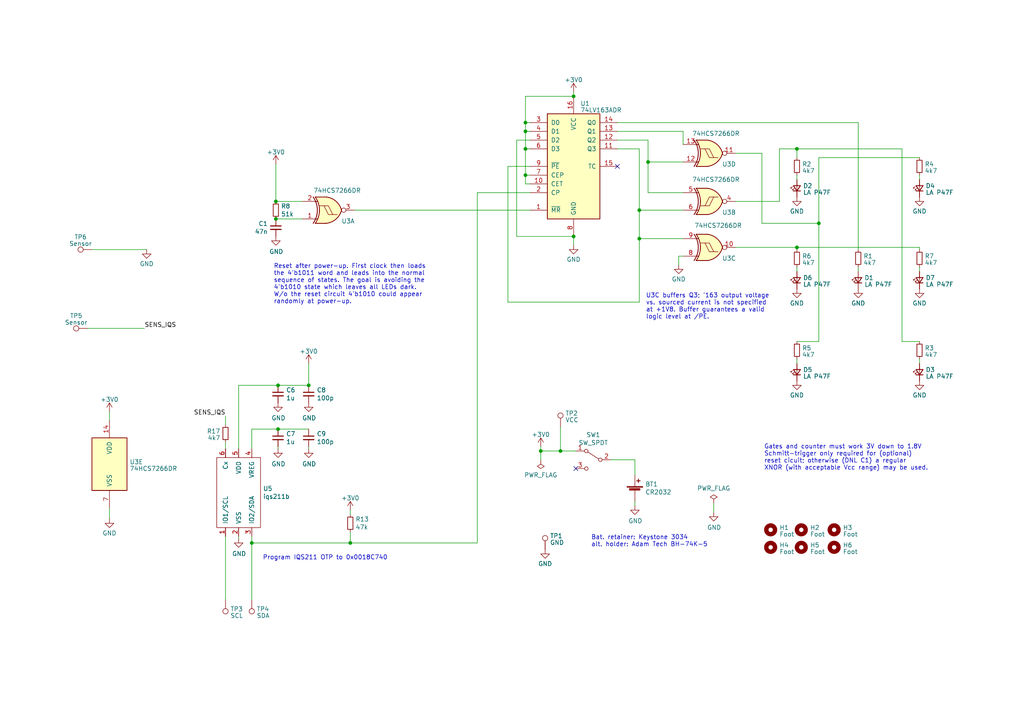
<source format=kicad_sch>
(kicad_sch (version 20230121) (generator eeschema)
  (paper "A4")
  (title_block (title "DiceBug") (date "2023-05-30") (rev "1.0") (company "Till Straumann; Artwork by Adam.") (comment 1 "License: OHL-S/CC-BY-NC-ND"))
  (lib_symbols
    (symbol "74xx:74LS163" (pin_names (offset 1.016))
      (property "Reference" "U" (at -7.62 16.51 0))
      (property "Value" "74LS163" (at -7.62 -16.51 0))
      (symbol "74LS163_1_0"
        (pin input line (at -12.7 -12.7 0) (length 5.08) (name "~{MR}") (number "1"))
        (pin input line (at -12.7 -5.08 0) (length 5.08) (name "CET") (number "10"))
        (pin output line (at 12.7 5.08 180) (length 5.08) (name "Q3") (number "11"))
        (pin output line (at 12.7 7.62 180) (length 5.08) (name "Q2") (number "12"))
        (pin output line (at 12.7 10.16 180) (length 5.08) (name "Q1") (number "13"))
        (pin output line (at 12.7 12.7 180) (length 5.08) (name "Q0") (number "14"))
        (pin output line (at 12.7 0 180) (length 5.08) (name "TC") (number "15"))
        (pin power_in line (at 0 20.32 270) (length 5.08) (name "VCC") (number "16"))
        (pin input line (at -12.7 -7.62 0) (length 5.08) (name "CP") (number "2"))
        (pin input line (at -12.7 12.7 0) (length 5.08) (name "D0") (number "3"))
        (pin input line (at -12.7 10.16 0) (length 5.08) (name "D1") (number "4"))
        (pin input line (at -12.7 7.62 0) (length 5.08) (name "D2") (number "5"))
        (pin input line (at -12.7 5.08 0) (length 5.08) (name "D3") (number "6"))
        (pin input line (at -12.7 -2.54 0) (length 5.08) (name "CEP") (number "7"))
        (pin power_in line (at 0 -20.32 90) (length 5.08) (name "GND") (number "8"))
        (pin input line (at -12.7 0 0) (length 5.08) (name "~{PE}") (number "9"))
      )
      (symbol "74LS163_1_1"
        (rectangle (start -7.62 15.24) (end 7.62 -15.24) (stroke (width 0.254)) (fill (type background)))
      )
    )
    (symbol "Connector:TestPoint" (pin_numbers hide) (pin_names (offset 0.762) hide)
      (property "Reference" "TP" (at 0 6.858 0))
      (property "Value" "TestPoint" (at 0 5.08 0))
      (symbol "TestPoint_0_1"
        (circle (center 0 3.302) (radius 0.762))
      )
      (symbol "TestPoint_1_1"
        (pin passive line (at 0 0 90) (length 2.54) (name "1") (number "1"))
      )
    )
    (symbol "Device:Battery_Cell" (pin_numbers hide) (pin_names (offset 0) hide)
      (property "Reference" "BT" (at 2.54 2.54 0))
      (property "Value" "Battery_Cell" (at 2.54 0 0))
      (symbol "Battery_Cell_0_1"
        (rectangle (start -2.286 1.778) (end 2.286 1.524) (fill (type outline)))
        (rectangle (start -1.5748 1.1938) (end 1.4732 0.6858) (fill (type outline)))
        (polyline (pts (xy 0 0.762) (xy 0 0)))
        (polyline (pts (xy 0 1.778) (xy 0 2.54)))
        (polyline (pts (xy 0.508 3.429) (xy 1.524 3.429)) (stroke (width 0.254)))
        (polyline (pts (xy 1.016 3.937) (xy 1.016 2.921)) (stroke (width 0.254)))
      )
      (symbol "Battery_Cell_1_1"
        (pin passive line (at 0 5.08 270) (length 2.54) (name "+") (number "1"))
        (pin passive line (at 0 -2.54 90) (length 2.54) (name "-") (number "2"))
      )
    )
    (symbol "Device:C_Small" (pin_numbers hide) (pin_names (offset 0.254) hide)
      (property "Reference" "C" (at 0.254 1.778 0))
      (property "Value" "C_Small" (at 0.254 -2.032 0))
      (symbol "C_Small_0_1"
        (polyline (pts (xy -1.524 -0.508) (xy 1.524 -0.508)) (stroke (width 0.3302)))
        (polyline (pts (xy -1.524 0.508) (xy 1.524 0.508)) (stroke (width 0.3048)))
      )
      (symbol "C_Small_1_1"
        (pin passive line (at 0 2.54 270) (length 2.032) (name "~") (number "1"))
        (pin passive line (at 0 -2.54 90) (length 2.032) (name "~") (number "2"))
      )
    )
    (symbol "Device:LED_Small" (pin_numbers hide) (pin_names (offset 0.254) hide)
      (property "Reference" "D" (at -1.27 3.175 0))
      (property "Value" "LED_Small" (at -4.445 -2.54 0))
      (symbol "LED_Small_0_1"
        (polyline (pts (xy -0.762 -1.016) (xy -0.762 1.016)) (stroke (width 0.254)))
        (polyline (pts (xy 1.016 0) (xy -0.762 0)))
        (polyline (pts (xy 0.762 -1.016) (xy -0.762 0) (xy 0.762 1.016) (xy 0.762 -1.016)) (stroke (width 0.254)))
        (polyline (pts (xy 0 0.762) (xy -0.508 1.27) (xy -0.254 1.27) (xy -0.508 1.27) (xy -0.508 1.016)))
        (polyline (pts (xy 0.508 1.27) (xy 0 1.778) (xy 0.254 1.778) (xy 0 1.778) (xy 0 1.524)))
      )
      (symbol "LED_Small_1_1"
        (pin passive line (at -2.54 0 0) (length 1.778) (name "K") (number "1"))
        (pin passive line (at 2.54 0 180) (length 1.778) (name "A") (number "2"))
      )
    )
    (symbol "Device:R_Small" (pin_numbers hide) (pin_names (offset 0.254) hide)
      (property "Reference" "R" (at 0.762 0.508 0))
      (property "Value" "R_Small" (at 0.762 -1.016 0))
      (symbol "R_Small_0_1"
        (rectangle (start -0.762 1.778) (end 0.762 -1.778) (stroke (width 0.2032)))
      )
      (symbol "R_Small_1_1"
        (pin passive line (at 0 2.54 270) (length 0.762) (name "~") (number "1"))
        (pin passive line (at 0 -2.54 90) (length 0.762) (name "~") (number "2"))
      )
    )
    (symbol "Mechanical:MountingHole" (pin_names (offset 1.016))
      (property "Reference" "H" (at 0 5.08 0))
      (property "Value" "MountingHole" (at 0 3.175 0))
      (symbol "MountingHole_0_1"
        (circle (center 0 0) (radius 1.27) (stroke (width 1.27)))
      )
    )
    (symbol "Switch:SW_SPDT" (pin_names (offset 0) hide)
      (property "Reference" "SW" (at 0 4.318 0))
      (property "Value" "SW_SPDT" (at 0 -5.08 0))
      (symbol "SW_SPDT_0_0"
        (circle (center -2.032 0) (radius 0.508))
        (circle (center 2.032 -2.54) (radius 0.508))
      )
      (symbol "SW_SPDT_0_1"
        (polyline (pts (xy -1.524 0.254) (xy 1.651 2.286)))
        (circle (center 2.032 2.54) (radius 0.508))
      )
      (symbol "SW_SPDT_1_1"
        (pin passive line (at 5.08 2.54 180) (length 2.54) (name "A") (number "1"))
        (pin passive line (at -5.08 0 0) (length 2.54) (name "B") (number "2"))
        (pin passive line (at 5.08 -2.54 180) (length 2.54) (name "C") (number "3"))
      )
    )
    (symbol "fmc:74ls266" (pin_names (offset 1.016))
      (property "Reference" "U" (at 0 10.16 0))
      (property "Value" "74ls266" (at 0 6.35 0))
      (symbol "74ls266_1_0"
        (arc (start -4.4196 -3.81) (mid -3.2033 0) (end -4.4196 3.81) (stroke (width 0.254)))
        (arc (start -3.81 -3.81) (mid -2.589 0) (end -3.81 3.81) (stroke (width 0.254)))
        (arc (start -0.6096 -3.81) (mid 2.1842 -2.5851) (end 3.81 0) (stroke (width 0.254)) (fill (type background)))
        (polyline (pts (xy -3.81 -3.81) (xy -0.635 -3.81)) (stroke (width 0.254)) (fill (type background)))
        (polyline (pts (xy -3.81 3.81) (xy -0.635 3.81)) (stroke (width 0.254)) (fill (type background)))
        (polyline (pts (xy -0.635 3.81) (xy -3.81 3.81) (xy -3.81 3.81) (xy -3.556 3.4036) (xy -3.0226 2.2606) (xy -2.6924 1.0414) (xy -2.6162 -0.254) (xy -2.7686 -1.4986) (xy -3.175 -2.7178) (xy -3.81 -3.81) (xy -3.81 -3.81) (xy -0.635 -3.81)) (stroke (width -25.4)) (fill (type background)))
        (arc (start 3.81 0) (mid 2.1915 2.5936) (end -0.6096 3.81) (stroke (width 0.254)) (fill (type background)))
        (pin input line (at -7.62 2.54 0) (length 4.445) (name "~") (number "1"))
        (pin input line (at -7.62 -2.54 0) (length 4.445) (name "~") (number "2"))
        (pin output inverted (at 7.62 0 180) (length 3.81) (name "~") (number "3"))
      )
      (symbol "74ls266_1_1"
        (polyline (pts (xy -3.81 -2.54) (xy -3.175 -2.54)) (stroke (width 0.1524)))
        (polyline (pts (xy -3.81 2.54) (xy -3.175 2.54)) (stroke (width 0.1524)))
        (polyline (pts (xy -1.27 -1.27) (xy 0 -1.27) (xy 1.27 1.27)))
        (polyline (pts (xy -2.54 -1.27) (xy -1.27 -1.27) (xy 0 1.27) (xy 2.54 1.27)))
      )
      (symbol "74ls266_2_0"
        (arc (start -4.4196 -3.81) (mid -3.2033 0) (end -4.4196 3.81) (stroke (width 0.254)))
        (arc (start -3.81 -3.81) (mid -2.589 0) (end -3.81 3.81) (stroke (width 0.254)))
        (arc (start -0.6096 -3.81) (mid 2.1842 -2.5851) (end 3.81 0) (stroke (width 0.254)) (fill (type background)))
        (polyline (pts (xy -3.81 -3.81) (xy -0.635 -3.81)) (stroke (width 0.254)) (fill (type background)))
        (polyline (pts (xy -3.81 3.81) (xy -0.635 3.81)) (stroke (width 0.254)) (fill (type background)))
        (polyline (pts (xy -0.635 3.81) (xy -3.81 3.81) (xy -3.81 3.81) (xy -3.556 3.4036) (xy -3.0226 2.2606) (xy -2.6924 1.0414) (xy -2.6162 -0.254) (xy -2.7686 -1.4986) (xy -3.175 -2.7178) (xy -3.81 -3.81) (xy -3.81 -3.81) (xy -0.635 -3.81)) (stroke (width -25.4)) (fill (type background)))
        (arc (start 3.81 0) (mid 2.1915 2.5936) (end -0.6096 3.81) (stroke (width 0.254)) (fill (type background)))
        (pin output inverted (at 7.62 0 180) (length 3.81) (name "~") (number "4"))
        (pin input line (at -7.62 2.54 0) (length 4.445) (name "~") (number "5"))
        (pin input line (at -7.62 -2.54 0) (length 4.445) (name "~") (number "6"))
      )
      (symbol "74ls266_2_1"
        (polyline (pts (xy -3.81 -2.54) (xy -3.175 -2.54)) (stroke (width 0.1524)))
        (polyline (pts (xy -3.81 2.54) (xy -3.175 2.54)) (stroke (width 0.1524)))
        (polyline (pts (xy -1.27 -1.27) (xy 0 -1.27) (xy 1.27 1.27)))
        (polyline (pts (xy -2.54 -1.27) (xy -1.27 -1.27) (xy 0 1.27) (xy 2.54 1.27)))
      )
      (symbol "74ls266_3_0"
        (arc (start -4.4196 -3.81) (mid -3.2033 0) (end -4.4196 3.81) (stroke (width 0.254)))
        (arc (start -3.81 -3.81) (mid -2.589 0) (end -3.81 3.81) (stroke (width 0.254)))
        (arc (start -0.6096 -3.81) (mid 2.1842 -2.5851) (end 3.81 0) (stroke (width 0.254)) (fill (type background)))
        (polyline (pts (xy -3.81 -3.81) (xy -0.635 -3.81)) (stroke (width 0.254)) (fill (type background)))
        (polyline (pts (xy -3.81 3.81) (xy -0.635 3.81)) (stroke (width 0.254)) (fill (type background)))
        (polyline (pts (xy -0.635 3.81) (xy -3.81 3.81) (xy -3.81 3.81) (xy -3.556 3.4036) (xy -3.0226 2.2606) (xy -2.6924 1.0414) (xy -2.6162 -0.254) (xy -2.7686 -1.4986) (xy -3.175 -2.7178) (xy -3.81 -3.81) (xy -3.81 -3.81) (xy -0.635 -3.81)) (stroke (width -25.4)) (fill (type background)))
        (arc (start 3.81 0) (mid 2.1915 2.5936) (end -0.6096 3.81) (stroke (width 0.254)) (fill (type background)))
        (pin output inverted (at 7.62 0 180) (length 3.81) (name "~") (number "10"))
        (pin input line (at -7.62 2.54 0) (length 4.445) (name "~") (number "8"))
        (pin input line (at -7.62 -2.54 0) (length 4.445) (name "~") (number "9"))
      )
      (symbol "74ls266_3_1"
        (polyline (pts (xy -3.81 -2.54) (xy -3.175 -2.54)) (stroke (width 0.1524)))
        (polyline (pts (xy -3.81 2.54) (xy -3.175 2.54)) (stroke (width 0.1524)))
        (polyline (pts (xy -1.27 -1.27) (xy 0 -1.27) (xy 1.27 1.27)))
        (polyline (pts (xy -2.54 -1.27) (xy -1.27 -1.27) (xy 0 1.27) (xy 2.54 1.27)))
      )
      (symbol "74ls266_4_0"
        (arc (start -4.4196 -3.81) (mid -3.2033 0) (end -4.4196 3.81) (stroke (width 0.254)))
        (arc (start -3.81 -3.81) (mid -2.589 0) (end -3.81 3.81) (stroke (width 0.254)))
        (arc (start -0.6096 -3.81) (mid 2.1842 -2.5851) (end 3.81 0) (stroke (width 0.254)) (fill (type background)))
        (polyline (pts (xy -3.81 -3.81) (xy -0.635 -3.81)) (stroke (width 0.254)) (fill (type background)))
        (polyline (pts (xy -3.81 3.81) (xy -0.635 3.81)) (stroke (width 0.254)) (fill (type background)))
        (polyline (pts (xy -0.635 3.81) (xy -3.81 3.81) (xy -3.81 3.81) (xy -3.556 3.4036) (xy -3.0226 2.2606) (xy -2.6924 1.0414) (xy -2.6162 -0.254) (xy -2.7686 -1.4986) (xy -3.175 -2.7178) (xy -3.81 -3.81) (xy -3.81 -3.81) (xy -0.635 -3.81)) (stroke (width -25.4)) (fill (type background)))
        (arc (start 3.81 0) (mid 2.1915 2.5936) (end -0.6096 3.81) (stroke (width 0.254)) (fill (type background)))
        (pin output inverted (at 7.62 0 180) (length 3.81) (name "~") (number "11"))
        (pin input line (at -7.62 2.54 0) (length 4.445) (name "~") (number "12"))
        (pin input line (at -7.62 -2.54 0) (length 4.445) (name "~") (number "13"))
      )
      (symbol "74ls266_4_1"
        (polyline (pts (xy -3.81 -2.54) (xy -3.175 -2.54)) (stroke (width 0.1524)))
        (polyline (pts (xy -3.81 2.54) (xy -3.175 2.54)) (stroke (width 0.1524)))
        (polyline (pts (xy -1.27 -1.27) (xy 0 -1.27) (xy 1.27 1.27)))
        (polyline (pts (xy -2.54 -1.27) (xy -1.27 -1.27) (xy 0 1.27) (xy 2.54 1.27)))
      )
      (symbol "74ls266_5_0"
        (pin power_in line (at 0 12.7 270) (length 5.08) (name "VDD") (number "14"))
        (pin power_in line (at 0 -12.7 90) (length 5.08) (name "VSS") (number "7"))
      )
      (symbol "74ls266_5_1"
        (rectangle (start -5.08 7.62) (end 5.08 -7.62) (stroke (width 0.254)) (fill (type background)))
      )
    )
    (symbol "fmc:iqs211a" (pin_names (offset 1.016))
      (property "Reference" "U" (at 0 2.54 0))
      (property "Value" "iqs211a" (at 0 0 0))
      (symbol "iqs211a_0_1"
        (rectangle (start -6.35 10.16) (end 6.35 -10.16))
      )
      (symbol "iqs211a_1_1"
        (pin bidirectional line (at -3.81 -12.7 90) (length 2.54) (name "IO1/SCL") (number "1"))
        (pin power_in line (at 0 -12.7 90) (length 2.54) (name "VSS") (number "2"))
        (pin bidirectional line (at 3.81 -12.7 90) (length 2.54) (name "IO2/SDA") (number "3"))
        (pin power_out line (at 3.81 12.7 270) (length 2.54) (name "VREG") (number "4"))
        (pin power_in line (at 0 12.7 270) (length 2.54) (name "VDD") (number "5"))
        (pin bidirectional line (at -3.81 12.7 270) (length 2.54) (name "Cx") (number "6"))
      )
    )
    (symbol "power:+3V0" (power) (pin_names (offset 0))
      (property "Value" "+3V0" (at 0 3.556 0))
      (symbol "+3V0_0_1"
        (polyline (pts (xy -0.762 1.27) (xy 0 2.54)))
        (polyline (pts (xy 0 0) (xy 0 2.54)))
        (polyline (pts (xy 0 2.54) (xy 0.762 1.27)))
      )
      (symbol "+3V0_1_1"
        (pin power_in line (at 0 0 90) (length 0) hide (name "+3V0") (number "1"))
      )
    )
    (symbol "power:GND" (power) (pin_names (offset 0))
      (property "Value" "GND" (at 0 -3.81 0))
      (symbol "GND_0_1"
        (polyline (pts (xy 0 0) (xy 0 -1.27) (xy 1.27 -1.27) (xy 0 -2.54) (xy -1.27 -1.27) (xy 0 -1.27)))
      )
      (symbol "GND_1_1"
        (pin power_in line (at 0 0 270) (length 0) hide (name "GND") (number "1"))
      )
    )
    (symbol "power:PWR_FLAG" (power) (pin_numbers hide) (pin_names (offset 0) hide)
      (property "Value" "PWR_FLAG" (at 0 3.81 0))
      (symbol "PWR_FLAG_0_0"
        (pin power_out line (at 0 0 90) (length 0) (name "pwr") (number "1"))
      )
      (symbol "PWR_FLAG_0_1"
        (polyline (pts (xy 0 0) (xy 0 1.27) (xy -1.016 1.905) (xy 0 2.54) (xy 1.016 1.905) (xy 0 1.27)))
      )
    )
  )
  (junction (at 231.14 71.755))
  (junction (at 152.4 38.1))
  (junction (at 162.56 130.81))
  (junction (at 156.845 130.81))
  (junction (at 89.535 111.76))
  (junction (at 73.025 157.48))
  (junction (at 80.645 124.46))
  (junction (at 187.96 46.99))
  (junction (at 80.01 58.42))
  (junction (at 152.4 43.18))
  (junction (at 152.4 35.56))
  (junction (at 152.4 50.8))
  (junction (at 185.42 69.215))
  (junction (at 80.645 111.76))
  (junction (at 237.49 64.77))
  (junction (at 166.37 27.94))
  (junction (at 231.14 43.18))
  (junction (at 80.01 63.5))
  (junction (at 101.6 157.48))
  (junction (at 166.37 68.58))
  (junction (at 185.42 60.96))
  (no_connect (at 179.07 48.26))
  (no_connect (at 167.005 135.89))
  (wire (pts (xy 69.215 130.175) (xy 69.215 111.76)))
  (wire (pts (xy 231.14 50.8) (xy 231.14 52.07)))
  (wire (pts (xy 231.14 77.47) (xy 231.14 78.74)))
  (wire (pts (xy 153.67 40.64) (xy 149.86 40.64)))
  (wire (pts (xy 179.07 35.56) (xy 248.92 35.56)))
  (wire (pts (xy 226.06 43.18) (xy 231.14 43.18)))
  (wire (pts (xy 187.96 55.88) (xy 198.12 55.88)))
  (wire (pts (xy 89.535 130.175) (xy 89.535 129.54)))
  (wire (pts (xy 187.96 46.99) (xy 187.96 55.88)))
  (wire (pts (xy 25.4 95.25) (xy 41.91 95.25)))
  (wire (pts (xy 266.7 50.8) (xy 266.7 52.07)))
  (wire (pts (xy 152.4 53.34) (xy 153.67 53.34)))
  (wire (pts (xy 179.07 40.64) (xy 187.96 40.64)))
  (wire (pts (xy 80.01 47.625) (xy 80.01 58.42)))
  (wire (pts (xy 248.92 35.56) (xy 248.92 72.39)))
  (wire (pts (xy 177.165 133.35) (xy 184.15 133.35)))
  (wire (pts (xy 31.75 147.32) (xy 31.75 150.495)))
  (wire (pts (xy 237.49 64.77) (xy 237.49 99.06)))
  (wire (pts (xy 101.6 154.305) (xy 101.6 157.48)))
  (wire (pts (xy 213.36 58.42) (xy 226.06 58.42)))
  (wire (pts (xy 207.01 146.05) (xy 207.01 148.59)))
  (wire (pts (xy 184.15 145.415) (xy 184.15 146.685)))
  (wire (pts (xy 184.15 133.35) (xy 184.15 137.795)))
  (wire (pts (xy 248.92 77.47) (xy 248.92 78.74)))
  (wire (pts (xy 196.85 76.835) (xy 196.85 74.295)))
  (wire (pts (xy 196.85 74.295) (xy 198.12 74.295)))
  (wire (pts (xy 220.98 64.77) (xy 237.49 64.77)))
  (wire (pts (xy 152.4 38.1) (xy 153.67 38.1)))
  (wire (pts (xy 198.12 38.1) (xy 198.12 41.91)))
  (wire (pts (xy 231.14 99.06) (xy 237.49 99.06)))
  (wire (pts (xy 152.4 38.1) (xy 152.4 43.18)))
  (wire (pts (xy 226.06 58.42) (xy 226.06 43.18)))
  (wire (pts (xy 152.4 43.18) (xy 152.4 50.8)))
  (wire (pts (xy 101.6 157.48) (xy 138.43 157.48)))
  (wire (pts (xy 266.7 71.755) (xy 231.14 71.755)))
  (wire (pts (xy 213.36 44.45) (xy 220.98 44.45)))
  (wire (pts (xy 152.4 35.56) (xy 152.4 38.1)))
  (wire (pts (xy 179.07 43.18) (xy 185.42 43.18)))
  (wire (pts (xy 26.67 72.39) (xy 42.545 72.39)))
  (wire (pts (xy 156.845 130.81) (xy 156.845 133.35)))
  (wire (pts (xy 147.32 87.63) (xy 147.32 48.26)))
  (wire (pts (xy 152.4 27.94) (xy 166.37 27.94)))
  (wire (pts (xy 80.645 124.46) (xy 89.535 124.46)))
  (wire (pts (xy 231.14 71.755) (xy 231.14 72.39)))
  (wire (pts (xy 147.32 48.26) (xy 153.67 48.26)))
  (wire (pts (xy 198.12 69.215) (xy 185.42 69.215)))
  (wire (pts (xy 166.37 26.67) (xy 166.37 27.94)))
  (wire (pts (xy 65.405 120.65) (xy 65.405 123.19)))
  (wire (pts (xy 266.7 77.47) (xy 266.7 78.74)))
  (wire (pts (xy 65.405 173.99) (xy 65.405 155.575)))
  (wire (pts (xy 73.025 124.46) (xy 80.645 124.46)))
  (wire (pts (xy 166.37 68.58) (xy 166.37 71.12)))
  (wire (pts (xy 266.7 104.14) (xy 266.7 105.41)))
  (wire (pts (xy 266.7 72.39) (xy 266.7 71.755)))
  (wire (pts (xy 138.43 55.88) (xy 138.43 157.48)))
  (wire (pts (xy 69.215 111.76) (xy 80.645 111.76)))
  (wire (pts (xy 162.56 130.81) (xy 162.56 123.825)))
  (wire (pts (xy 73.025 157.48) (xy 73.025 173.99)))
  (wire (pts (xy 185.42 60.96) (xy 185.42 69.215)))
  (wire (pts (xy 179.07 38.1) (xy 198.12 38.1)))
  (wire (pts (xy 220.98 44.45) (xy 220.98 64.77)))
  (wire (pts (xy 69.215 155.575) (xy 69.215 156.21)))
  (wire (pts (xy 80.01 58.42) (xy 87.63 58.42)))
  (wire (pts (xy 152.4 43.18) (xy 153.67 43.18)))
  (wire (pts (xy 185.42 69.215) (xy 185.42 87.63)))
  (wire (pts (xy 73.025 124.46) (xy 73.025 130.175)))
  (wire (pts (xy 231.14 71.755) (xy 213.36 71.755)))
  (wire (pts (xy 231.14 43.18) (xy 261.62 43.18)))
  (wire (pts (xy 237.49 45.72) (xy 266.7 45.72)))
  (wire (pts (xy 80.01 63.5) (xy 87.63 63.5)))
  (wire (pts (xy 80.645 130.175) (xy 80.645 129.54)))
  (wire (pts (xy 147.32 87.63) (xy 185.42 87.63)))
  (wire (pts (xy 152.4 27.94) (xy 152.4 35.56)))
  (wire (pts (xy 101.6 147.955) (xy 101.6 149.225)))
  (wire (pts (xy 266.7 99.06) (xy 261.62 99.06)))
  (wire (pts (xy 152.4 35.56) (xy 153.67 35.56)))
  (wire (pts (xy 185.42 60.96) (xy 198.12 60.96)))
  (wire (pts (xy 152.4 50.8) (xy 153.67 50.8)))
  (wire (pts (xy 231.14 104.14) (xy 231.14 105.41)))
  (wire (pts (xy 237.49 45.72) (xy 237.49 64.77)))
  (wire (pts (xy 152.4 50.8) (xy 152.4 53.34)))
  (wire (pts (xy 89.535 105.41) (xy 89.535 111.76)))
  (wire (pts (xy 73.025 155.575) (xy 73.025 157.48)))
  (wire (pts (xy 185.42 43.18) (xy 185.42 60.96)))
  (wire (pts (xy 149.86 40.64) (xy 149.86 68.58)))
  (wire (pts (xy 187.96 40.64) (xy 187.96 46.99)))
  (wire (pts (xy 65.405 128.27) (xy 65.405 130.175)))
  (wire (pts (xy 80.645 111.76) (xy 89.535 111.76)))
  (wire (pts (xy 149.86 68.58) (xy 166.37 68.58)))
  (wire (pts (xy 153.67 55.88) (xy 138.43 55.88)))
  (wire (pts (xy 73.025 157.48) (xy 101.6 157.48)))
  (wire (pts (xy 231.14 43.18) (xy 231.14 45.72)))
  (wire (pts (xy 102.87 60.96) (xy 153.67 60.96)))
  (wire (pts (xy 156.845 130.81) (xy 162.56 130.81)))
  (wire (pts (xy 187.96 46.99) (xy 198.12 46.99)))
  (wire (pts (xy 156.845 129.54) (xy 156.845 130.81)))
  (wire (pts (xy 31.75 119.38) (xy 31.75 121.92)))
  (wire (pts (xy 261.62 99.06) (xy 261.62 43.18)))
  (wire (pts (xy 162.56 130.81) (xy 167.005 130.81)))
  (text "Bat. retainer: Keystone 3034\nalt. holder: Adam Tech BH-74K-5" (at 171.45 158.75 0) (effects (font (size 1.27 1.27)) (justify left bottom)))
  (text "Program IQS211 OTP to 0x0018C740" (at 76.2 162.56 0) (effects (font (size 1.27 1.27)) (justify left bottom)))
  (text "Reset after power-up. First clock then loads\nthe 4'b1011 word and leads into the normal\nsequence of states. The goal is avoiding the\n4'b1010 state which leaves all LEDs dark.\nW/o the reset circuit 4'b1010 could appear\nrandomly at power-up." (at 79.375 88.265 0) (effects (font (size 1.27 1.27)) (justify left bottom)))
  (text "Gates and counter must work 3V down to 1.8V\nSchmitt-trigger only required for (optional)\nreset cicuit; otherwise (DNL C1) a regular\nXNOR (with acceptable Vcc range) may be used." (at 221.615 136.525 0) (effects (font (size 1.27 1.27)) (justify left bottom)))
  (text "U3C buffers Q3; '163 output voltage\nvs. sourced current is not specified\nat +1V8. Buffer guarantees a valid\nlogic level at /PE." (at 187.325 92.71 0) (effects (font (size 1.27 1.27)) (justify left bottom)))
  (label "SENS_IQS" (at 65.405 120.65 180))
  (label "SENS_IQS" (at 41.91 95.25 0))
  (symbol (lib_id "power:GND") (at 266.7 110.49 0) (unit 1)
    (property "Reference" "#PWR06" (effects hide))
    (property "Value" "GND" (at 266.7 114.6255 0))
  )
  (symbol (lib_id "Device:C_Small") (at 89.535 114.3 0) (unit 1)
    (property "Reference" "C8" (at 91.8718 113.1316 0) (effects (justify left)))
    (property "Value" "100p" (at 91.8718 115.443 0) (effects (justify left)))
    (property "Footprint" "Capacitor_SMD:C_0805_2012Metric" (effects hide))
    (property "Part" "C0603C101J5GACTU " (effects hide))
    (property "Manufacturer" "Kemet" (effects hide))
  )
  (symbol (lib_id "power:GND") (at 207.01 148.59 0) (unit 1)
    (property "Reference" "#PWR023" (effects hide))
    (property "Value" "GND" (at 207.137 152.9842 0))
  )
  (symbol (lib_id "Connector:TestPoint") (at 65.405 173.99 180) (unit 1)
    (property "Reference" "TP3" (at 66.802 176.6483 0) (effects (justify right)))
    (property "Value" "SCL" (at 66.802 178.5693 0) (effects (justify right)))
    (property "Footprint" "TestPoint:TestPoint_Pad_D1.0mm" (effects hide))
  )
  (symbol (lib_id "power:GND") (at 231.14 57.15 0) (unit 1)
    (property "Reference" "#PWR08" (effects hide))
    (property "Value" "GND" (at 231.14 61.2855 0))
  )
  (symbol (lib_id "power:GND") (at 89.535 116.84 0) (unit 1)
    (property "Reference" "#PWR020" (effects hide))
    (property "Value" "GND" (at 89.662 121.2342 0))
  )
  (symbol (lib_id "fmc:74ls266") (at 205.74 71.755 0) (mirror x) (unit 3)
    (property "Reference" "U3" (at 211.455 74.93 0))
    (property "Value" "74HCS7266DR" (at 208.28 65.405 0))
    (property "Footprint" "Package_SO:SOIC-14_3.9x8.7mm_P1.27mm" (effects hide))
    (property "Part" "74HCS7266DR" (effects hide))
  )
  (symbol (lib_id "fmc:74ls266") (at 31.75 134.62 0) (unit 5)
    (property "Reference" "U3" (at 37.592 133.9763 0) (effects (justify left)))
    (property "Value" "74HCS7266DR" (at 37.592 135.8973 0) (effects (justify left)))
    (property "Footprint" "Package_SO:SOIC-14_3.9x8.7mm_P1.27mm" (effects hide))
    (property "Part" "74HCS7266DR" (effects hide))
  )
  (symbol (lib_id "Device:LED_Small") (at 231.14 81.28 90) (unit 1)
    (property "Reference" "D6" (at 232.918 80.5728 90) (effects (justify right)))
    (property "Value" "LA P47F" (at 232.918 82.4938 90) (effects (justify right)))
    (property "Footprint" "proj_footprints:PointLED_reverse_mount_bigger_pads" (effects hide))
    (property "Part" "LA P47F-V2BB-24-3A4B-Z" (effects hide))
    (property "Manufacturer" "Osram" (effects hide))
  )
  (symbol (lib_id "power:GND") (at 89.535 130.175 0) (unit 1)
    (property "Reference" "#PWR021" (effects hide))
    (property "Value" "GND" (at 89.662 134.5692 0))
  )
  (symbol (lib_id "power:GND") (at 184.15 146.685 0) (unit 1)
    (property "Reference" "#PWR014" (effects hide))
    (property "Value" "GND" (at 184.277 151.0792 0))
  )
  (symbol (lib_id "power:GND") (at 80.645 116.84 0) (unit 1)
    (property "Reference" "#PWR018" (effects hide))
    (property "Value" "GND" (at 80.772 121.2342 0))
  )
  (symbol (lib_id "power:GND") (at 266.7 57.15 0) (unit 1)
    (property "Reference" "#PWR07" (effects hide))
    (property "Value" "GND" (at 266.7 61.2855 0))
  )
  (symbol (lib_id "74xx:74LS163") (at 166.37 48.26 0) (unit 1)
    (property "Reference" "U1" (at 168.3259 30.0101 0) (effects (justify left)))
    (property "Value" "74LV163ADR" (at 168.3259 31.9311 0) (effects (justify left)))
    (property "Footprint" "Package_SO:SOIC-16_3.9x9.9mm_P1.27mm" (effects hide))
    (property "Datasheet" "http://www.ti.com/lit/gpn/sn74LS163" (effects hide))
    (property "Part" "74LV163ADR" (effects hide))
  )
  (symbol (lib_id "power:PWR_FLAG") (at 207.01 146.05 0) (unit 1)
    (property "Reference" "#FLG03" (effects hide))
    (property "Value" "PWR_FLAG" (at 207.01 141.6304 0))
  )
  (symbol (lib_id "Device:R_Small") (at 101.6 151.765 0) (unit 1)
    (property "Reference" "R13" (at 103.0986 150.5966 0) (effects (justify left)))
    (property "Value" "47k" (at 103.0986 152.908 0) (effects (justify left)))
    (property "Footprint" "Resistor_SMD:R_0805_2012Metric" (effects hide))
  )
  (symbol (lib_id "Device:R_Small") (at 266.7 101.6 0) (unit 1)
    (property "Reference" "R3" (at 268.1986 100.9563 0) (effects (justify left)))
    (property "Value" "4k7" (at 268.1986 102.8773 0) (effects (justify left)))
    (property "Footprint" "Resistor_SMD:R_0805_2012Metric" (effects hide))
  )
  (symbol (lib_id "Mechanical:MountingHole") (at 223.52 153.67 0) (unit 1)
    (property "Reference" "H1" (at 226.06 153.0263 0) (effects (justify left)))
    (property "Value" "Foot" (at 226.06 154.9473 0) (effects (justify left)))
    (property "Footprint" "sensors:foot" (effects hide))
  )
  (symbol (lib_id "Mechanical:MountingHole") (at 232.41 153.67 0) (unit 1)
    (property "Reference" "H2" (at 234.95 153.0263 0) (effects (justify left)))
    (property "Value" "Foot" (at 234.95 154.9473 0) (effects (justify left)))
    (property "Footprint" "sensors:foot" (effects hide))
  )
  (symbol (lib_id "power:GND") (at 196.85 76.835 0) (unit 1)
    (property "Reference" "#PWR010" (effects hide))
    (property "Value" "GND" (at 196.85 80.9705 0))
  )
  (symbol (lib_id "Mechanical:MountingHole") (at 241.935 153.67 0) (unit 1)
    (property "Reference" "H3" (at 244.475 153.0263 0) (effects (justify left)))
    (property "Value" "Foot" (at 244.475 154.9473 0) (effects (justify left)))
    (property "Footprint" "sensors:foot" (effects hide))
  )
  (symbol (lib_id "Device:LED_Small") (at 266.7 54.61 90) (unit 1)
    (property "Reference" "D4" (at 268.478 53.9028 90) (effects (justify right)))
    (property "Value" "LA P47F" (at 268.478 55.8238 90) (effects (justify right)))
    (property "Footprint" "proj_footprints:PointLED_reverse_mount_bigger_pads" (effects hide))
    (property "Part" "LA P47F-V2BB-24-3A4B-Z" (effects hide))
    (property "Manufacturer" "Osram" (effects hide))
  )
  (symbol (lib_id "power:GND") (at 231.14 110.49 0) (unit 1)
    (property "Reference" "#PWR05" (effects hide))
    (property "Value" "GND" (at 231.14 114.6255 0))
  )
  (symbol (lib_id "Device:R_Small") (at 65.405 125.73 0) (mirror x) (unit 1)
    (property "Reference" "R17" (at 63.9064 125.0863 0) (effects (justify right)))
    (property "Value" "4k7" (at 63.9064 127.0073 0) (effects (justify right)))
    (property "Footprint" "Resistor_SMD:R_0805_2012Metric" (effects hide))
  )
  (symbol (lib_id "Mechanical:MountingHole") (at 223.52 158.75 0) (unit 1)
    (property "Reference" "H4" (at 226.06 158.1063 0) (effects (justify left)))
    (property "Value" "Foot" (at 226.06 160.0273 0) (effects (justify left)))
    (property "Footprint" "sensors:foot" (effects hide))
  )
  (symbol (lib_id "Device:LED_Small") (at 266.7 107.95 90) (unit 1)
    (property "Reference" "D3" (at 268.478 107.2428 90) (effects (justify right)))
    (property "Value" "LA P47F" (at 268.478 109.1638 90) (effects (justify right)))
    (property "Footprint" "proj_footprints:PointLED_reverse_mount_bigger_pads" (effects hide))
    (property "Part" "LA P47F-V2BB-24-3A4B-Z" (effects hide))
    (property "Manufacturer" "Osram" (effects hide))
  )
  (symbol (lib_id "Device:R_Small") (at 266.7 74.93 0) (unit 1)
    (property "Reference" "R7" (at 268.1986 74.2863 0) (effects (justify left)))
    (property "Value" "4k7" (at 268.1986 76.2073 0) (effects (justify left)))
    (property "Footprint" "Resistor_SMD:R_0805_2012Metric" (effects hide))
  )
  (symbol (lib_id "power:+3V0") (at 166.37 26.67 0) (unit 1)
    (property "Reference" "#PWR02" (effects hide))
    (property "Value" "+3V0" (at 166.37 23.1681 0))
  )
  (symbol (lib_id "Device:R_Small") (at 231.14 48.26 0) (unit 1)
    (property "Reference" "R2" (at 232.6386 47.6163 0) (effects (justify left)))
    (property "Value" "4k7" (at 232.6386 49.5373 0) (effects (justify left)))
    (property "Footprint" "Resistor_SMD:R_0805_2012Metric" (effects hide))
  )
  (symbol (lib_id "Device:LED_Small") (at 231.14 54.61 90) (unit 1)
    (property "Reference" "D2" (at 232.918 53.9028 90) (effects (justify right)))
    (property "Value" "LA P47F" (at 232.918 55.8238 90) (effects (justify right)))
    (property "Footprint" "proj_footprints:PointLED_reverse_mount_bigger_pads" (effects hide))
    (property "Part" "LA P47F-V2BB-24-3A4B-Z" (effects hide))
    (property "Manufacturer" "Osram" (effects hide))
  )
  (symbol (lib_id "power:GND") (at 158.115 159.385 0) (unit 1)
    (property "Reference" "#PWR034" (effects hide))
    (property "Value" "GND" (at 158.115 163.5205 0))
  )
  (symbol (lib_id "fmc:74ls266") (at 205.74 58.42 0) (unit 2)
    (property "Reference" "U3" (at 211.455 61.595 0))
    (property "Value" "74HCS7266DR" (at 207.645 52.07 0))
    (property "Footprint" "Package_SO:SOIC-14_3.9x8.7mm_P1.27mm" (effects hide))
    (property "Part" "74HCS7266DR" (effects hide))
  )
  (symbol (lib_id "Device:R_Small") (at 231.14 74.93 0) (unit 1)
    (property "Reference" "R6" (at 232.6386 74.2863 0) (effects (justify left)))
    (property "Value" "4k7" (at 232.6386 76.2073 0) (effects (justify left)))
    (property "Footprint" "Resistor_SMD:R_0805_2012Metric" (effects hide))
  )
  (symbol (lib_id "Device:LED_Small") (at 266.7 81.28 90) (unit 1)
    (property "Reference" "D7" (at 268.478 80.5728 90) (effects (justify right)))
    (property "Value" "LA P47F" (at 268.478 82.4938 90) (effects (justify right)))
    (property "Footprint" "proj_footprints:PointLED_reverse_mount_bigger_pads" (effects hide))
    (property "Part" "LA P47F-V2BB-24-3A4B-Z" (effects hide))
    (property "Manufacturer" "Osram" (effects hide))
  )
  (symbol (lib_id "Device:R_Small") (at 231.14 101.6 0) (unit 1)
    (property "Reference" "R5" (at 232.6386 100.9563 0) (effects (justify left)))
    (property "Value" "4k7" (at 232.6386 102.8773 0) (effects (justify left)))
    (property "Footprint" "Resistor_SMD:R_0805_2012Metric" (effects hide))
  )
  (symbol (lib_id "Device:LED_Small") (at 231.14 107.95 90) (unit 1)
    (property "Reference" "D5" (at 232.918 107.2428 90) (effects (justify right)))
    (property "Value" "LA P47F" (at 232.918 109.1638 90) (effects (justify right)))
    (property "Footprint" "proj_footprints:PointLED_reverse_mount_bigger_pads" (effects hide))
    (property "Part" "LA P47F-V2BB-24-3A4B-Z" (effects hide))
    (property "Manufacturer" "Osram" (effects hide))
  )
  (symbol (lib_id "Device:R_Small") (at 80.01 60.96 0) (unit 1)
    (property "Reference" "R8" (at 81.5086 59.7916 0) (effects (justify left)))
    (property "Value" "51k" (at 81.5086 62.103 0) (effects (justify left)))
    (property "Footprint" "Resistor_SMD:R_0805_2012Metric" (effects hide))
  )
  (symbol (lib_id "fmc:74ls266") (at 95.25 60.96 0) (mirror x) (unit 1)
    (property "Reference" "U3" (at 100.965 64.135 0))
    (property "Value" "74HCS7266DR" (at 97.79 55.245 0))
    (property "Footprint" "Package_SO:SOIC-14_3.9x8.7mm_P1.27mm" (effects hide))
    (property "Part" "74HCS7266DR" (effects hide))
  )
  (symbol (lib_id "power:+3V0") (at 31.75 119.38 0) (unit 1)
    (property "Reference" "#PWR03" (effects hide))
    (property "Value" "+3V0" (at 31.75 115.8781 0))
  )
  (symbol (lib_id "Device:C_Small") (at 89.535 127 0) (unit 1)
    (property "Reference" "C9" (at 91.8718 125.8316 0) (effects (justify left)))
    (property "Value" "100p" (at 91.8718 128.143 0) (effects (justify left)))
    (property "Footprint" "Capacitor_SMD:C_0805_2012Metric" (effects hide))
    (property "Part" "C0603C101J5GACTU " (effects hide))
    (property "Manufacturer" "Kemet" (effects hide))
  )
  (symbol (lib_id "power:+3V0") (at 156.845 129.54 0) (unit 1)
    (property "Reference" "#PWR015" (effects hide))
    (property "Value" "+3V0" (at 156.845 126.0381 0))
  )
  (symbol (lib_id "power:PWR_FLAG") (at 156.845 133.35 180) (unit 1)
    (property "Reference" "#FLG04" (effects hide))
    (property "Value" "PWR_FLAG" (at 156.845 137.7696 0))
  )
  (symbol (lib_id "Device:C_Small") (at 80.645 127 0) (unit 1)
    (property "Reference" "C7" (at 82.9818 125.8316 0) (effects (justify left)))
    (property "Value" "1u" (at 82.9818 128.143 0) (effects (justify left)))
    (property "Footprint" "Capacitor_SMD:C_1206_3216Metric" (effects hide))
    (property "Part" "C3216X5R1H105M160AA" (effects hide))
    (property "Manufacturer" "TDK" (effects hide))
  )
  (symbol (lib_id "power:GND") (at 166.37 71.12 0) (unit 1)
    (property "Reference" "#PWR01" (effects hide))
    (property "Value" "GND" (at 166.37 75.2555 0))
  )
  (symbol (lib_id "Connector:TestPoint") (at 73.025 173.99 180) (unit 1)
    (property "Reference" "TP4" (at 74.422 176.6483 0) (effects (justify right)))
    (property "Value" "SDA" (at 74.422 178.5693 0) (effects (justify right)))
    (property "Footprint" "TestPoint:TestPoint_Pad_D1.0mm" (effects hide))
  )
  (symbol (lib_id "fmc:iqs211a") (at 69.215 142.875 0) (unit 1)
    (property "Reference" "U5" (at 76.2762 141.7066 0) (effects (justify left)))
    (property "Value" "iqs211b" (at 76.2762 144.018 0) (effects (justify left)))
    (property "Footprint" "Package_TO_SOT_SMD:SOT-23-6" (effects hide))
    (property "Part" "IQS211B" (effects hide))
    (property "Manufacturer" "Azoteq" (effects hide))
  )
  (symbol (lib_id "fmc:74ls266") (at 205.74 44.45 0) (mirror x) (unit 4)
    (property "Reference" "U3" (at 211.455 47.625 0))
    (property "Value" "74HCS7266DR" (at 207.645 38.735 0))
    (property "Footprint" "Package_SO:SOIC-14_3.9x8.7mm_P1.27mm" (effects hide))
    (property "Part" "74HCS7266DR" (effects hide))
  )
  (symbol (lib_id "power:GND") (at 231.14 83.82 0) (unit 1)
    (property "Reference" "#PWR011" (effects hide))
    (property "Value" "GND" (at 231.14 87.9555 0))
  )
  (symbol (lib_id "power:+3V0") (at 101.6 147.955 0) (unit 1)
    (property "Reference" "#PWR026" (effects hide))
    (property "Value" "+3V0" (at 101.6 144.4531 0))
  )
  (symbol (lib_id "Connector:TestPoint") (at 26.67 72.39 90) (unit 1)
    (property "Reference" "TP6" (at 23.368 68.7451 90))
    (property "Value" "Sensor" (at 23.368 70.6661 90))
    (property "Footprint" "sensors:tp_end" (effects hide))
  )
  (symbol (lib_id "Device:C_Small") (at 80.645 114.3 0) (unit 1)
    (property "Reference" "C6" (at 82.9818 113.1316 0) (effects (justify left)))
    (property "Value" "1u" (at 82.9818 115.443 0) (effects (justify left)))
    (property "Footprint" "Capacitor_SMD:C_1206_3216Metric" (effects hide))
    (property "Part" "C3216X5R1H105M160AA" (effects hide))
    (property "Manufacturer" "TDK" (effects hide))
  )
  (symbol (lib_id "power:GND") (at 42.545 72.39 0) (unit 1)
    (property "Reference" "#PWR022" (effects hide))
    (property "Value" "GND" (at 42.545 76.5255 0))
  )
  (symbol (lib_id "Device:LED_Small") (at 248.92 81.28 90) (unit 1)
    (property "Reference" "D1" (at 250.698 80.5728 90) (effects (justify right)))
    (property "Value" "LA P47F" (at 250.698 82.4938 90) (effects (justify right)))
    (property "Footprint" "proj_footprints:PointLED_reverse_mount_bigger_pads" (effects hide))
    (property "Part" "LA P47F-V2BB-24-3A4B-Z" (effects hide))
    (property "Manufacturer" "Osram" (effects hide))
  )
  (symbol (lib_id "power:GND") (at 266.7 83.82 0) (unit 1)
    (property "Reference" "#PWR012" (effects hide))
    (property "Value" "GND" (at 266.7 87.9555 0))
  )
  (symbol (lib_id "Mechanical:MountingHole") (at 232.41 158.75 0) (unit 1)
    (property "Reference" "H5" (at 234.95 158.1063 0) (effects (justify left)))
    (property "Value" "Foot" (at 234.95 160.0273 0) (effects (justify left)))
    (property "Footprint" "sensors:foot" (effects hide))
  )
  (symbol (lib_id "power:GND") (at 80.645 130.175 0) (unit 1)
    (property "Reference" "#PWR019" (effects hide))
    (property "Value" "GND" (at 80.772 134.5692 0))
  )
  (symbol (lib_id "Device:C_Small") (at 80.01 66.04 0) (mirror y) (unit 1)
    (property "Reference" "C1" (at 77.6732 64.8716 0) (effects (justify left)))
    (property "Value" "47n" (at 77.6732 67.183 0) (effects (justify left)))
    (property "Footprint" "Capacitor_SMD:C_0805_2012Metric" (effects hide))
    (property "Part" "CL21B473KCFNNNF" (effects hide))
    (property "Manufacturer" "Samsung" (effects hide))
  )
  (symbol (lib_id "power:+3V0") (at 89.535 105.41 0) (unit 1)
    (property "Reference" "#PWR016" (effects hide))
    (property "Value" "+3V0" (at 89.535 101.9081 0))
  )
  (symbol (lib_id "Mechanical:MountingHole") (at 241.935 158.75 0) (unit 1)
    (property "Reference" "H6" (at 244.475 158.1063 0) (effects (justify left)))
    (property "Value" "Foot" (at 244.475 160.0273 0) (effects (justify left)))
    (property "Footprint" "sensors:foot" (effects hide))
  )
  (symbol (lib_id "Connector:TestPoint") (at 162.56 123.825 0) (unit 1)
    (property "Reference" "TP2" (at 163.957 119.8793 0) (effects (justify left)))
    (property "Value" "VCC" (at 163.957 121.8003 0) (effects (justify left)))
    (property "Footprint" "TestPoint:TestPoint_Pad_D1.0mm" (effects hide))
  )
  (symbol (lib_id "Connector:TestPoint") (at 25.4 95.25 90) (unit 1)
    (property "Reference" "TP5" (at 22.098 91.6051 90))
    (property "Value" "Sensor" (at 22.098 93.5261 90))
    (property "Footprint" "sensors:tp_end" (effects hide))
  )
  (symbol (lib_id "Switch:SW_SPDT") (at 172.085 133.35 0) (mirror y) (unit 1)
    (property "Reference" "SW1" (at 172.085 126.111 0))
    (property "Value" "SW_SPDT" (at 172.085 128.4224 0))
    (property "Footprint" "proj_footprints:450404015514" (effects hide))
    (property "Part" " 450404015514" (effects hide))
    (property "Manufacturer" "Wurth" (effects hide))
  )
  (symbol (lib_id "power:GND") (at 248.92 83.82 0) (unit 1)
    (property "Reference" "#PWR09" (effects hide))
    (property "Value" "GND" (at 248.92 87.9555 0))
  )
  (symbol (lib_id "power:GND") (at 69.215 156.21 0) (unit 1)
    (property "Reference" "#PWR017" (effects hide))
    (property "Value" "GND" (at 69.342 160.6042 0))
  )
  (symbol (lib_id "Device:Battery_Cell") (at 184.15 142.875 0) (unit 1)
    (property "Reference" "BT1" (at 187.1472 140.4366 0) (effects (justify left)))
    (property "Value" "CR2032" (at 187.1472 142.748 0) (effects (justify left)))
    (property "Footprint" "sensors:bh-3034-74-combined" (effects hide))
    (property "Part" "3034" (effects hide))
    (property "Manufacturer" "Keystone" (effects hide))
  )
  (symbol (lib_id "power:+3V0") (at 80.01 47.625 0) (unit 1)
    (property "Reference" "#PWR013" (effects hide))
    (property "Value" "+3V0" (at 80.01 44.1231 0))
  )
  (symbol (lib_id "Connector:TestPoint") (at 158.115 159.385 0) (unit 1)
    (property "Reference" "TP1" (at 159.512 155.4393 0) (effects (justify left)))
    (property "Value" "GND" (at 159.512 157.3603 0) (effects (justify left)))
    (property "Footprint" "TestPoint:TestPoint_Pad_D2.0mm" (effects hide))
  )
  (symbol (lib_id "power:GND") (at 80.01 68.58 0) (unit 1)
    (property "Reference" "#PWR024" (effects hide))
    (property "Value" "GND" (at 80.137 72.9742 0))
  )
  (symbol (lib_id "power:GND") (at 31.75 150.495 0) (unit 1)
    (property "Reference" "#PWR04" (effects hide))
    (property "Value" "GND" (at 31.75 154.6305 0))
  )
  (symbol (lib_id "Device:R_Small") (at 266.7 48.26 0) (unit 1)
    (property "Reference" "R4" (at 268.1986 47.6163 0) (effects (justify left)))
    (property "Value" "4k7" (at 268.1986 49.5373 0) (effects (justify left)))
    (property "Footprint" "Resistor_SMD:R_0805_2012Metric" (effects hide))
  )
  (symbol (lib_id "Device:R_Small") (at 248.92 74.93 0) (unit 1)
    (property "Reference" "R1" (at 250.4186 74.2863 0) (effects (justify left)))
    (property "Value" "4k7" (at 250.4186 76.2073 0) (effects (justify left)))
    (property "Footprint" "Resistor_SMD:R_0805_2012Metric" (effects hide))
  )
)
</source>
